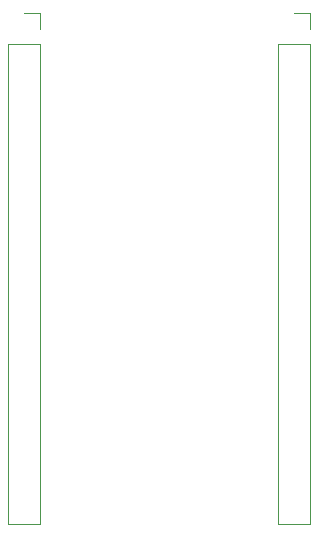
<source format=gbo>
G04 #@! TF.GenerationSoftware,KiCad,Pcbnew,8.0.8-unknown-202502120121~a17639b16e~ubuntu24.04.1*
G04 #@! TF.CreationDate,2025-02-14T12:45:32-05:00*
G04 #@! TF.ProjectId,diode-matrix-rom-dip,64696f64-652d-46d6-9174-7269782d726f,v00*
G04 #@! TF.SameCoordinates,Original*
G04 #@! TF.FileFunction,Legend,Bot*
G04 #@! TF.FilePolarity,Positive*
%FSLAX46Y46*%
G04 Gerber Fmt 4.6, Leading zero omitted, Abs format (unit mm)*
G04 Created by KiCad (PCBNEW 8.0.8-unknown-202502120121~a17639b16e~ubuntu24.04.1) date 2025-02-14 12:45:32*
%MOMM*%
%LPD*%
G01*
G04 APERTURE LIST*
%ADD10C,0.120000*%
%ADD11R,1.700000X1.700000*%
%ADD12O,1.700000X1.700000*%
%ADD13R,1.600000X1.600000*%
%ADD14O,1.600000X1.600000*%
G04 APERTURE END LIST*
D10*
X115510000Y-92710000D02*
X118170000Y-92710000D01*
X115510000Y-133410000D02*
X115510000Y-92710000D01*
X115510000Y-133410000D02*
X118170000Y-133410000D01*
X116840000Y-90110000D02*
X118170000Y-90110000D01*
X118170000Y-90110000D02*
X118170000Y-91440000D01*
X118170000Y-133410000D02*
X118170000Y-92710000D01*
X138370000Y-92710000D02*
X141030000Y-92710000D01*
X138370000Y-133410000D02*
X138370000Y-92710000D01*
X138370000Y-133410000D02*
X141030000Y-133410000D01*
X139700000Y-90110000D02*
X141030000Y-90110000D01*
X141030000Y-90110000D02*
X141030000Y-91440000D01*
X141030000Y-133410000D02*
X141030000Y-92710000D01*
%LPC*%
D11*
X137160000Y-114300000D03*
D12*
X134620000Y-114300000D03*
X132080000Y-114300000D03*
X129540000Y-114300000D03*
X127000000Y-114300000D03*
X124460000Y-114300000D03*
X121920000Y-114300000D03*
X119380000Y-114300000D03*
D11*
X137160000Y-119380000D03*
D12*
X134620000Y-119380000D03*
X132080000Y-119380000D03*
X129540000Y-119380000D03*
X127000000Y-119380000D03*
X124460000Y-119380000D03*
X121920000Y-119380000D03*
X119380000Y-119380000D03*
D11*
X137160000Y-101600000D03*
D12*
X134620000Y-101600000D03*
X132080000Y-101600000D03*
X129540000Y-101600000D03*
X127000000Y-101600000D03*
X124460000Y-101600000D03*
X121920000Y-101600000D03*
X119380000Y-101600000D03*
D11*
X137160000Y-96520000D03*
D12*
X134620000Y-96520000D03*
X132080000Y-96520000D03*
X129540000Y-96520000D03*
X127000000Y-96520000D03*
X124460000Y-96520000D03*
X121920000Y-96520000D03*
X119380000Y-96520000D03*
D11*
X137160000Y-106680000D03*
D12*
X134620000Y-106680000D03*
X132080000Y-106680000D03*
X129540000Y-106680000D03*
X127000000Y-106680000D03*
X124460000Y-106680000D03*
X121920000Y-106680000D03*
X119380000Y-106680000D03*
D11*
X137160000Y-104140000D03*
D12*
X134620000Y-104140000D03*
X132080000Y-104140000D03*
X129540000Y-104140000D03*
X127000000Y-104140000D03*
X124460000Y-104140000D03*
X121920000Y-104140000D03*
X119380000Y-104140000D03*
D13*
X119380000Y-86360000D03*
D14*
X121920000Y-86360000D03*
X124460000Y-86360000D03*
X127000000Y-86360000D03*
X129540000Y-86360000D03*
X132080000Y-86360000D03*
X134620000Y-86360000D03*
X137160000Y-86360000D03*
X137160000Y-78740000D03*
X134620000Y-78740000D03*
X132080000Y-78740000D03*
X129540000Y-78740000D03*
X127000000Y-78740000D03*
X124460000Y-78740000D03*
X121920000Y-78740000D03*
X119380000Y-78740000D03*
D11*
X137160000Y-124460000D03*
D12*
X134620000Y-124460000D03*
X132080000Y-124460000D03*
X129540000Y-124460000D03*
X127000000Y-124460000D03*
X124460000Y-124460000D03*
X121920000Y-124460000D03*
X119380000Y-124460000D03*
D11*
X137160000Y-121920000D03*
D12*
X134620000Y-121920000D03*
X132080000Y-121920000D03*
X129540000Y-121920000D03*
X127000000Y-121920000D03*
X124460000Y-121920000D03*
X121920000Y-121920000D03*
X119380000Y-121920000D03*
D11*
X137160000Y-93980000D03*
D12*
X134620000Y-93980000D03*
X132080000Y-93980000D03*
X129540000Y-93980000D03*
X127000000Y-93980000D03*
X124460000Y-93980000D03*
X121920000Y-93980000D03*
X119380000Y-93980000D03*
D11*
X137160000Y-91440000D03*
D12*
X134620000Y-91440000D03*
X132080000Y-91440000D03*
X129540000Y-91440000D03*
X127000000Y-91440000D03*
X124460000Y-91440000D03*
X121920000Y-91440000D03*
X119380000Y-91440000D03*
D11*
X137160000Y-116840000D03*
D12*
X134620000Y-116840000D03*
X132080000Y-116840000D03*
X129540000Y-116840000D03*
X127000000Y-116840000D03*
X124460000Y-116840000D03*
X121920000Y-116840000D03*
X119380000Y-116840000D03*
D11*
X137160000Y-109220000D03*
D12*
X134620000Y-109220000D03*
X132080000Y-109220000D03*
X129540000Y-109220000D03*
X127000000Y-109220000D03*
X124460000Y-109220000D03*
X121920000Y-109220000D03*
X119380000Y-109220000D03*
D11*
X137160000Y-127000000D03*
D12*
X134620000Y-127000000D03*
X132080000Y-127000000D03*
X129540000Y-127000000D03*
X127000000Y-127000000D03*
X124460000Y-127000000D03*
X121920000Y-127000000D03*
X119380000Y-127000000D03*
D11*
X137160000Y-99060000D03*
D12*
X134620000Y-99060000D03*
X132080000Y-99060000D03*
X129540000Y-99060000D03*
X127000000Y-99060000D03*
X124460000Y-99060000D03*
X121920000Y-99060000D03*
X119380000Y-99060000D03*
D11*
X137160000Y-129540000D03*
D12*
X134620000Y-129540000D03*
X132080000Y-129540000D03*
X129540000Y-129540000D03*
X127000000Y-129540000D03*
X124460000Y-129540000D03*
X121920000Y-129540000D03*
X119380000Y-129540000D03*
D11*
X137160000Y-111760000D03*
D12*
X134620000Y-111760000D03*
X132080000Y-111760000D03*
X129540000Y-111760000D03*
X127000000Y-111760000D03*
X124460000Y-111760000D03*
X121920000Y-111760000D03*
X119380000Y-111760000D03*
D11*
X116840000Y-91440000D03*
D12*
X116840000Y-93980000D03*
X116840000Y-96520000D03*
X116840000Y-99060000D03*
X116840000Y-101600000D03*
X116840000Y-104140000D03*
X116840000Y-106680000D03*
X116840000Y-109220000D03*
X116840000Y-111760000D03*
X116840000Y-114300000D03*
X116840000Y-116840000D03*
X116840000Y-119380000D03*
X116840000Y-121920000D03*
X116840000Y-124460000D03*
X116840000Y-127000000D03*
X116840000Y-129540000D03*
X116840000Y-132080000D03*
D11*
X139700000Y-91440000D03*
D12*
X139700000Y-93980000D03*
X139700000Y-96520000D03*
X139700000Y-99060000D03*
X139700000Y-101600000D03*
X139700000Y-104140000D03*
X139700000Y-106680000D03*
X139700000Y-109220000D03*
X139700000Y-111760000D03*
X139700000Y-114300000D03*
X139700000Y-116840000D03*
X139700000Y-119380000D03*
X139700000Y-121920000D03*
X139700000Y-124460000D03*
X139700000Y-127000000D03*
X139700000Y-129540000D03*
X139700000Y-132080000D03*
%LPD*%
M02*

</source>
